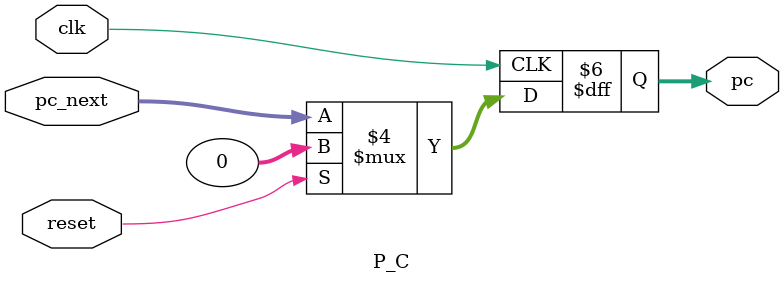
<source format=v>
module P_C (
output reg [31:0] pc,
input [31:0] pc_next,
input clk,reset

);

 always @(posedge clk) begin
     if(reset==1)begin
          pc<=32'h00000000;
     end
     else begin
          pc<=pc_next;
     end
 end
     
endmodule
</source>
